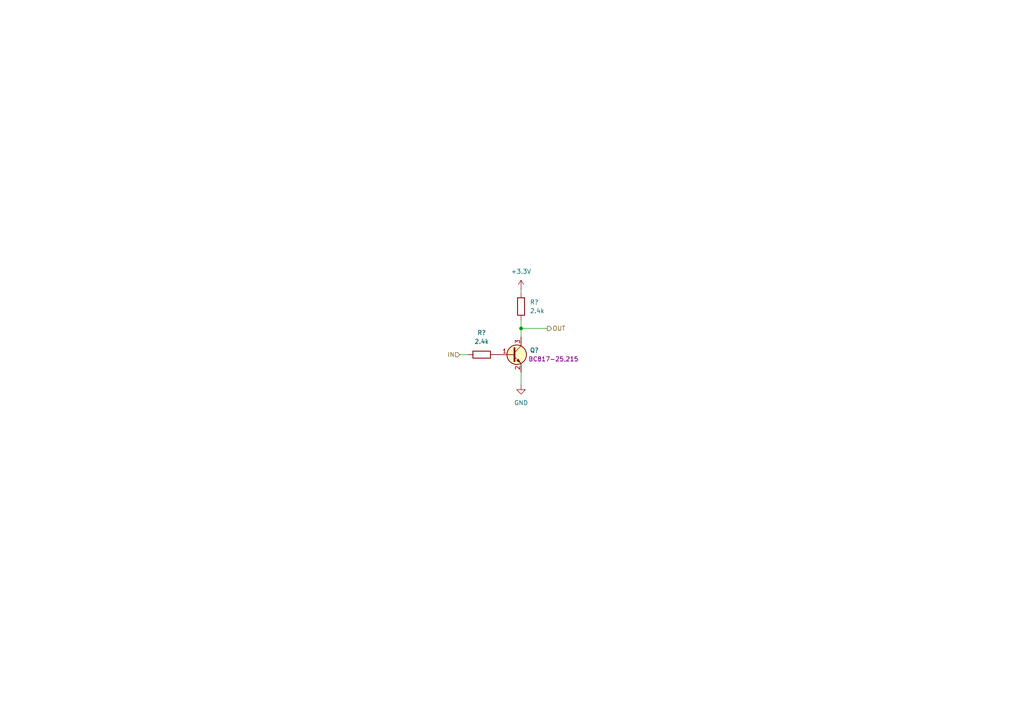
<source format=kicad_sch>
(kicad_sch
	(version 20250114)
	(generator "eeschema")
	(generator_version "9.0")
	(uuid "e17328de-3c60-4e8f-9f9b-3bd1344a1139")
	(paper "A4")
	(lib_symbols
		(symbol "Resistor_AKL:R_0603"
			(pin_numbers
				(hide yes)
			)
			(pin_names
				(offset 0)
			)
			(exclude_from_sim no)
			(in_bom yes)
			(on_board yes)
			(property "Reference" "R"
				(at 2.54 1.27 0)
				(effects
					(font
						(size 1.27 1.27)
					)
					(justify left)
				)
			)
			(property "Value" "R_0603"
				(at 2.54 -1.27 0)
				(effects
					(font
						(size 1.27 1.27)
					)
					(justify left)
				)
			)
			(property "Footprint" "Resistor_SMD_AKL:R_0603_1608Metric"
				(at 0 -11.43 0)
				(effects
					(font
						(size 1.27 1.27)
					)
					(hide yes)
				)
			)
			(property "Datasheet" "~"
				(at 0 0 0)
				(effects
					(font
						(size 1.27 1.27)
					)
					(hide yes)
				)
			)
			(property "Description" "SMD 0603 Chip Resistor, European Symbol, Alternate KiCad Library"
				(at 0 0 0)
				(effects
					(font
						(size 1.27 1.27)
					)
					(hide yes)
				)
			)
			(property "ki_keywords" "R res resistor eu SMD 0603"
				(at 0 0 0)
				(effects
					(font
						(size 1.27 1.27)
					)
					(hide yes)
				)
			)
			(property "ki_fp_filters" "R_*"
				(at 0 0 0)
				(effects
					(font
						(size 1.27 1.27)
					)
					(hide yes)
				)
			)
			(symbol "R_0603_0_1"
				(rectangle
					(start -1.016 2.54)
					(end 1.016 -2.54)
					(stroke
						(width 0.254)
						(type default)
					)
					(fill
						(type none)
					)
				)
			)
			(symbol "R_0603_0_2"
				(polyline
					(pts
						(xy -2.54 -2.54) (xy -1.524 -1.524)
					)
					(stroke
						(width 0)
						(type default)
					)
					(fill
						(type none)
					)
				)
				(polyline
					(pts
						(xy 1.524 1.524) (xy 2.54 2.54)
					)
					(stroke
						(width 0)
						(type default)
					)
					(fill
						(type none)
					)
				)
				(polyline
					(pts
						(xy 1.524 1.524) (xy 0.889 2.159) (xy -2.159 -0.889) (xy -0.889 -2.159) (xy 2.159 0.889) (xy 1.524 1.524)
					)
					(stroke
						(width 0.254)
						(type default)
					)
					(fill
						(type none)
					)
				)
			)
			(symbol "R_0603_1_1"
				(pin passive line
					(at 0 3.81 270)
					(length 1.27)
					(name "~"
						(effects
							(font
								(size 1.27 1.27)
							)
						)
					)
					(number "1"
						(effects
							(font
								(size 1.27 1.27)
							)
						)
					)
				)
				(pin passive line
					(at 0 -3.81 90)
					(length 1.27)
					(name "~"
						(effects
							(font
								(size 1.27 1.27)
							)
						)
					)
					(number "2"
						(effects
							(font
								(size 1.27 1.27)
							)
						)
					)
				)
			)
			(symbol "R_0603_1_2"
				(pin passive line
					(at -2.54 -2.54 0)
					(length 0)
					(name ""
						(effects
							(font
								(size 1.27 1.27)
							)
						)
					)
					(number "2"
						(effects
							(font
								(size 1.27 1.27)
							)
						)
					)
				)
				(pin passive line
					(at 2.54 2.54 180)
					(length 0)
					(name ""
						(effects
							(font
								(size 1.27 1.27)
							)
						)
					)
					(number "1"
						(effects
							(font
								(size 1.27 1.27)
							)
						)
					)
				)
			)
			(embedded_fonts no)
		)
		(symbol "Transistor_BJT_AKL:BFN26"
			(pin_names
				(hide yes)
			)
			(exclude_from_sim no)
			(in_bom yes)
			(on_board yes)
			(property "Reference" "Q"
				(at 5.08 1.27 0)
				(effects
					(font
						(size 1.27 1.27)
					)
					(justify left)
				)
			)
			(property "Value" "BFN26"
				(at 5.08 -1.27 0)
				(effects
					(font
						(size 1.27 1.27)
					)
					(justify left)
				)
			)
			(property "Footprint" "Package_TO_SOT_SMD_AKL:SOT-23"
				(at 5.08 2.54 0)
				(effects
					(font
						(size 1.27 1.27)
					)
					(hide yes)
				)
			)
			(property "Datasheet" "https://www.tme.eu/Document/43310f91a0e397761035f1d1abdd24c6/BFN24.pdf"
				(at 0 0 0)
				(effects
					(font
						(size 1.27 1.27)
					)
					(hide yes)
				)
			)
			(property "Description" "NPN SOT-23 high voltage transistor, 300V, 200mA, 360mW, Alternate KiCAD Library"
				(at 0 0 0)
				(effects
					(font
						(size 1.27 1.27)
					)
					(hide yes)
				)
			)
			(property "ki_keywords" "transistor NPN BFN26"
				(at 0 0 0)
				(effects
					(font
						(size 1.27 1.27)
					)
					(hide yes)
				)
			)
			(symbol "BFN26_0_1"
				(polyline
					(pts
						(xy 0.635 1.905) (xy 0.635 -1.905) (xy 0.635 -1.905)
					)
					(stroke
						(width 0.508)
						(type default)
					)
					(fill
						(type none)
					)
				)
				(polyline
					(pts
						(xy 0.635 0.635) (xy 2.54 2.54)
					)
					(stroke
						(width 0)
						(type default)
					)
					(fill
						(type none)
					)
				)
				(polyline
					(pts
						(xy 0.635 -0.635) (xy 2.54 -2.54) (xy 2.54 -2.54)
					)
					(stroke
						(width 0)
						(type default)
					)
					(fill
						(type none)
					)
				)
				(circle
					(center 1.27 0)
					(radius 2.8194)
					(stroke
						(width 0.254)
						(type default)
					)
					(fill
						(type background)
					)
				)
				(polyline
					(pts
						(xy 1.27 -1.778) (xy 1.778 -1.27) (xy 2.286 -2.286) (xy 1.27 -1.778) (xy 1.27 -1.778)
					)
					(stroke
						(width 0)
						(type default)
					)
					(fill
						(type outline)
					)
				)
			)
			(symbol "BFN26_1_1"
				(pin input line
					(at -5.08 0 0)
					(length 5.715)
					(name "B"
						(effects
							(font
								(size 1.27 1.27)
							)
						)
					)
					(number "1"
						(effects
							(font
								(size 1.27 1.27)
							)
						)
					)
				)
				(pin passive line
					(at 2.54 5.08 270)
					(length 2.54)
					(name "C"
						(effects
							(font
								(size 1.27 1.27)
							)
						)
					)
					(number "3"
						(effects
							(font
								(size 1.27 1.27)
							)
						)
					)
				)
				(pin passive line
					(at 2.54 -5.08 90)
					(length 2.54)
					(name "E"
						(effects
							(font
								(size 1.27 1.27)
							)
						)
					)
					(number "2"
						(effects
							(font
								(size 1.27 1.27)
							)
						)
					)
				)
			)
			(embedded_fonts no)
		)
		(symbol "power:+3.3V"
			(power)
			(pin_numbers
				(hide yes)
			)
			(pin_names
				(offset 0)
				(hide yes)
			)
			(exclude_from_sim no)
			(in_bom yes)
			(on_board yes)
			(property "Reference" "#PWR"
				(at 0 -3.81 0)
				(effects
					(font
						(size 1.27 1.27)
					)
					(hide yes)
				)
			)
			(property "Value" "+3.3V"
				(at 0 3.556 0)
				(effects
					(font
						(size 1.27 1.27)
					)
				)
			)
			(property "Footprint" ""
				(at 0 0 0)
				(effects
					(font
						(size 1.27 1.27)
					)
					(hide yes)
				)
			)
			(property "Datasheet" ""
				(at 0 0 0)
				(effects
					(font
						(size 1.27 1.27)
					)
					(hide yes)
				)
			)
			(property "Description" "Power symbol creates a global label with name \"+3.3V\""
				(at 0 0 0)
				(effects
					(font
						(size 1.27 1.27)
					)
					(hide yes)
				)
			)
			(property "ki_keywords" "global power"
				(at 0 0 0)
				(effects
					(font
						(size 1.27 1.27)
					)
					(hide yes)
				)
			)
			(symbol "+3.3V_0_1"
				(polyline
					(pts
						(xy -0.762 1.27) (xy 0 2.54)
					)
					(stroke
						(width 0)
						(type default)
					)
					(fill
						(type none)
					)
				)
				(polyline
					(pts
						(xy 0 2.54) (xy 0.762 1.27)
					)
					(stroke
						(width 0)
						(type default)
					)
					(fill
						(type none)
					)
				)
				(polyline
					(pts
						(xy 0 0) (xy 0 2.54)
					)
					(stroke
						(width 0)
						(type default)
					)
					(fill
						(type none)
					)
				)
			)
			(symbol "+3.3V_1_1"
				(pin power_in line
					(at 0 0 90)
					(length 0)
					(name "~"
						(effects
							(font
								(size 1.27 1.27)
							)
						)
					)
					(number "1"
						(effects
							(font
								(size 1.27 1.27)
							)
						)
					)
				)
			)
			(embedded_fonts no)
		)
		(symbol "power:GND"
			(power)
			(pin_numbers
				(hide yes)
			)
			(pin_names
				(offset 0)
				(hide yes)
			)
			(exclude_from_sim no)
			(in_bom yes)
			(on_board yes)
			(property "Reference" "#PWR"
				(at 0 -6.35 0)
				(effects
					(font
						(size 1.27 1.27)
					)
					(hide yes)
				)
			)
			(property "Value" "GND"
				(at 0 -3.81 0)
				(effects
					(font
						(size 1.27 1.27)
					)
				)
			)
			(property "Footprint" ""
				(at 0 0 0)
				(effects
					(font
						(size 1.27 1.27)
					)
					(hide yes)
				)
			)
			(property "Datasheet" ""
				(at 0 0 0)
				(effects
					(font
						(size 1.27 1.27)
					)
					(hide yes)
				)
			)
			(property "Description" "Power symbol creates a global label with name \"GND\" , ground"
				(at 0 0 0)
				(effects
					(font
						(size 1.27 1.27)
					)
					(hide yes)
				)
			)
			(property "ki_keywords" "global power"
				(at 0 0 0)
				(effects
					(font
						(size 1.27 1.27)
					)
					(hide yes)
				)
			)
			(symbol "GND_0_1"
				(polyline
					(pts
						(xy 0 0) (xy 0 -1.27) (xy 1.27 -1.27) (xy 0 -2.54) (xy -1.27 -1.27) (xy 0 -1.27)
					)
					(stroke
						(width 0)
						(type default)
					)
					(fill
						(type none)
					)
				)
			)
			(symbol "GND_1_1"
				(pin power_in line
					(at 0 0 270)
					(length 0)
					(name "~"
						(effects
							(font
								(size 1.27 1.27)
							)
						)
					)
					(number "1"
						(effects
							(font
								(size 1.27 1.27)
							)
						)
					)
				)
			)
			(embedded_fonts no)
		)
	)
	(junction
		(at 151.13 95.25)
		(diameter 0)
		(color 0 0 0 0)
		(uuid "68f6de15-f019-461d-920a-af3f32ab1866")
	)
	(wire
		(pts
			(xy 151.13 95.25) (xy 158.75 95.25)
		)
		(stroke
			(width 0)
			(type default)
		)
		(uuid "31e82687-27eb-4ba1-a4a3-9cfb99433118")
	)
	(wire
		(pts
			(xy 151.13 95.25) (xy 151.13 97.79)
		)
		(stroke
			(width 0)
			(type default)
		)
		(uuid "35da1875-3e0a-42a8-a2bd-001e5bea5d55")
	)
	(wire
		(pts
			(xy 151.13 107.95) (xy 151.13 111.76)
		)
		(stroke
			(width 0)
			(type default)
		)
		(uuid "9747dce8-d120-42bd-a023-e2a88e57a963")
	)
	(wire
		(pts
			(xy 133.35 102.87) (xy 135.89 102.87)
		)
		(stroke
			(width 0)
			(type default)
		)
		(uuid "de4a7377-b798-4463-841b-de427afcdb90")
	)
	(wire
		(pts
			(xy 151.13 83.82) (xy 151.13 85.09)
		)
		(stroke
			(width 0)
			(type default)
		)
		(uuid "efb3c15a-8ee0-4974-af8f-1abf58f301ef")
	)
	(wire
		(pts
			(xy 151.13 92.71) (xy 151.13 95.25)
		)
		(stroke
			(width 0)
			(type default)
		)
		(uuid "fc6af197-8c84-4c94-afa5-56b77eed26c0")
	)
	(hierarchical_label "OUT"
		(shape output)
		(at 158.75 95.25 0)
		(effects
			(font
				(size 1.27 1.27)
			)
			(justify left)
		)
		(uuid "bf697ccc-4361-49a3-ba77-91c2633f684d")
	)
	(hierarchical_label "IN"
		(shape input)
		(at 133.35 102.87 180)
		(effects
			(font
				(size 1.27 1.27)
			)
			(justify right)
		)
		(uuid "c16023be-38e1-4cec-b148-030711f41ed4")
	)
	(symbol
		(lib_id "Transistor_BJT_AKL:BFN26")
		(at 148.59 102.87 0)
		(unit 1)
		(exclude_from_sim no)
		(in_bom yes)
		(on_board yes)
		(dnp no)
		(uuid "59b4718a-776d-40ca-aca3-305dd8db3a34")
		(property "Reference" "Q?"
			(at 153.67 101.5999 0)
			(effects
				(font
					(size 1.27 1.27)
				)
				(justify left)
			)
		)
		(property "Value" "BFN26"
			(at 153.67 104.1399 0)
			(effects
				(font
					(size 1.27 1.27)
				)
				(justify left)
				(hide yes)
			)
		)
		(property "Footprint" "Package_TO_SOT_SMD_AKL:SOT-23"
			(at 153.67 100.33 0)
			(effects
				(font
					(size 1.27 1.27)
				)
				(hide yes)
			)
		)
		(property "Datasheet" "https://www.tme.eu/Document/43310f91a0e397761035f1d1abdd24c6/BFN24.pdf"
			(at 148.59 102.87 0)
			(effects
				(font
					(size 1.27 1.27)
				)
				(hide yes)
			)
		)
		(property "Description" "NPN SOT-23 high voltage transistor, 300V, 200mA, 360mW, Alternate KiCAD Library"
			(at 148.59 102.87 0)
			(effects
				(font
					(size 1.27 1.27)
				)
				(hide yes)
			)
		)
		(property "Part number" "BC817-25,215"
			(at 160.528 104.14 0)
			(effects
				(font
					(size 1.27 1.27)
				)
			)
		)
		(pin "1"
			(uuid "df3ac55e-5174-45ba-bd6e-bf5525cc8b6d")
		)
		(pin "2"
			(uuid "7bd0c401-916f-4c6a-9d32-2b35964e86d0")
		)
		(pin "3"
			(uuid "4b57eb8e-9fbe-484d-bdff-f36e9e85049d")
		)
		(instances
			(project "PLC4UNI Richard"
				(path "/e17328de-3c60-4e8f-9f9b-3bd1344a1139"
					(reference "Q?")
					(unit 1)
				)
			)
		)
	)
	(symbol
		(lib_id "power:GND")
		(at 151.13 111.76 0)
		(unit 1)
		(exclude_from_sim no)
		(in_bom yes)
		(on_board yes)
		(dnp no)
		(fields_autoplaced yes)
		(uuid "9bbbf662-8d9e-4371-87ad-946e7b34b4ea")
		(property "Reference" "#PWR?"
			(at 151.13 118.11 0)
			(effects
				(font
					(size 1.27 1.27)
				)
				(hide yes)
			)
		)
		(property "Value" "GND"
			(at 151.13 116.84 0)
			(effects
				(font
					(size 1.27 1.27)
				)
			)
		)
		(property "Footprint" ""
			(at 151.13 111.76 0)
			(effects
				(font
					(size 1.27 1.27)
				)
				(hide yes)
			)
		)
		(property "Datasheet" ""
			(at 151.13 111.76 0)
			(effects
				(font
					(size 1.27 1.27)
				)
				(hide yes)
			)
		)
		(property "Description" "Power symbol creates a global label with name \"GND\" , ground"
			(at 151.13 111.76 0)
			(effects
				(font
					(size 1.27 1.27)
				)
				(hide yes)
			)
		)
		(pin "1"
			(uuid "296f8969-a4f3-464e-b043-e9dad52dfd5b")
		)
		(instances
			(project "PLC4UNI Richard"
				(path "/e17328de-3c60-4e8f-9f9b-3bd1344a1139"
					(reference "#PWR?")
					(unit 1)
				)
			)
		)
	)
	(symbol
		(lib_id "power:+3.3V")
		(at 151.13 83.82 0)
		(unit 1)
		(exclude_from_sim no)
		(in_bom yes)
		(on_board yes)
		(dnp no)
		(fields_autoplaced yes)
		(uuid "cb35cc24-c611-42fa-bc38-209f7c59a3f8")
		(property "Reference" "#PWR?"
			(at 151.13 87.63 0)
			(effects
				(font
					(size 1.27 1.27)
				)
				(hide yes)
			)
		)
		(property "Value" "+3.3V"
			(at 151.13 78.74 0)
			(effects
				(font
					(size 1.27 1.27)
				)
			)
		)
		(property "Footprint" ""
			(at 151.13 83.82 0)
			(effects
				(font
					(size 1.27 1.27)
				)
				(hide yes)
			)
		)
		(property "Datasheet" ""
			(at 151.13 83.82 0)
			(effects
				(font
					(size 1.27 1.27)
				)
				(hide yes)
			)
		)
		(property "Description" "Power symbol creates a global label with name \"+3.3V\""
			(at 151.13 83.82 0)
			(effects
				(font
					(size 1.27 1.27)
				)
				(hide yes)
			)
		)
		(pin "1"
			(uuid "5f0af15b-f97d-4dbd-93ed-b51aa52e7072")
		)
		(instances
			(project "PLC4UNI Richard"
				(path "/e17328de-3c60-4e8f-9f9b-3bd1344a1139"
					(reference "#PWR?")
					(unit 1)
				)
			)
		)
	)
	(symbol
		(lib_id "Resistor_AKL:R_0603")
		(at 151.13 88.9 180)
		(unit 1)
		(exclude_from_sim no)
		(in_bom yes)
		(on_board yes)
		(dnp no)
		(fields_autoplaced yes)
		(uuid "d7773745-6d42-42d0-aa64-ed7934f09faf")
		(property "Reference" "R?"
			(at 153.67 87.6299 0)
			(effects
				(font
					(size 1.27 1.27)
				)
				(justify right)
			)
		)
		(property "Value" "2.4k"
			(at 153.67 90.1699 0)
			(effects
				(font
					(size 1.27 1.27)
				)
				(justify right)
			)
		)
		(property "Footprint" "Resistor_SMD_AKL:R_0603_1608Metric"
			(at 151.13 77.47 0)
			(effects
				(font
					(size 1.27 1.27)
				)
				(hide yes)
			)
		)
		(property "Datasheet" "~"
			(at 151.13 88.9 0)
			(effects
				(font
					(size 1.27 1.27)
				)
				(hide yes)
			)
		)
		(property "Description" "SMD 0603 Chip Resistor, European Symbol, Alternate KiCad Library"
			(at 151.13 88.9 0)
			(effects
				(font
					(size 1.27 1.27)
				)
				(hide yes)
			)
		)
		(pin "2"
			(uuid "e623682d-b76d-4846-b1a6-64a25eb85b15")
		)
		(pin "1"
			(uuid "64a75532-e67f-47ef-bf33-24189c6a5d62")
		)
		(instances
			(project "PLC4UNI Richard"
				(path "/e17328de-3c60-4e8f-9f9b-3bd1344a1139"
					(reference "R?")
					(unit 1)
				)
			)
		)
	)
	(symbol
		(lib_id "Resistor_AKL:R_0603")
		(at 139.7 102.87 90)
		(unit 1)
		(exclude_from_sim no)
		(in_bom yes)
		(on_board yes)
		(dnp no)
		(fields_autoplaced yes)
		(uuid "f9d47c7d-141d-4f5e-be79-c056ff69afe6")
		(property "Reference" "R?"
			(at 139.7 96.52 90)
			(effects
				(font
					(size 1.27 1.27)
				)
			)
		)
		(property "Value" "2.4k"
			(at 139.7 99.06 90)
			(effects
				(font
					(size 1.27 1.27)
				)
			)
		)
		(property "Footprint" "Resistor_SMD_AKL:R_0603_1608Metric"
			(at 151.13 102.87 0)
			(effects
				(font
					(size 1.27 1.27)
				)
				(hide yes)
			)
		)
		(property "Datasheet" "~"
			(at 139.7 102.87 0)
			(effects
				(font
					(size 1.27 1.27)
				)
				(hide yes)
			)
		)
		(property "Description" "SMD 0603 Chip Resistor, European Symbol, Alternate KiCad Library"
			(at 139.7 102.87 0)
			(effects
				(font
					(size 1.27 1.27)
				)
				(hide yes)
			)
		)
		(pin "2"
			(uuid "726bc342-fa26-4600-8f9b-50c72a2bf3a7")
		)
		(pin "1"
			(uuid "d7afe93b-e020-493a-a843-e1a127d3963d")
		)
		(instances
			(project "PLC4UNI Richard"
				(path "/e17328de-3c60-4e8f-9f9b-3bd1344a1139"
					(reference "R?")
					(unit 1)
				)
			)
		)
	)
	(sheet_instances
		(path "/"
			(page "1")
		)
	)
	(embedded_fonts no)
)

</source>
